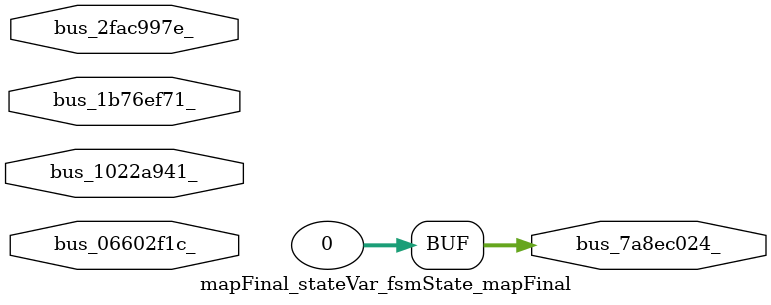
<source format=v>

module mapFinal(In2_SEND, In1_ACK, In1_DATA, In2_COUNT, Out1_SEND, CLK, In1_COUNT, In1_SEND, Out1_COUNT, RESET, Out1_RDY, In2_DATA, Out1_ACK, Out1_DATA, In2_ACK);
input		In2_SEND;
output		In1_ACK;
input	[15:0]	In1_DATA;
input	[15:0]	In2_COUNT;
output		Out1_SEND;
wire		zipWith_go;
input		CLK;
input	[15:0]	In1_COUNT;
input		In1_SEND;
output	[15:0]	Out1_COUNT;
input		RESET;
input		Out1_RDY;
input	[15:0]	In2_DATA;
input		Out1_ACK;
output	[15:0]	Out1_DATA;
output		In2_ACK;
wire		zipWith_done;
wire		zipWith_u7;
wire		zipWith;
wire	[15:0]	zipWith_u6;
wire	[15:0]	zipWith_u8;
wire		mapFinal_zipWith_instance_DONE;
wire		zipWith_u5;
wire		bus_087ad5bc_;
wire		bus_0e8e02f6_;
wire		bus_42ff4b65_;
wire	[31:0]	scheduler_u163;
wire		mapFinal_scheduler_instance_DONE;
wire		scheduler_u164;
wire		scheduler;
wire	[31:0]	bus_7a8ec024_;
assign In1_ACK=zipWith_u5;
assign Out1_SEND=zipWith;
assign zipWith_go=scheduler_u164;
assign Out1_COUNT=zipWith_u8;
assign Out1_DATA=zipWith_u6;
assign In2_ACK=zipWith_u7;
assign zipWith_done=bus_0e8e02f6_;
mapFinal_zipWith mapFinal_zipWith_instance(.CLK(CLK), .GO(zipWith_go), .port_6e45a12f_(In2_DATA), 
  .port_48ad82a4_(In1_DATA), .DONE(mapFinal_zipWith_instance_DONE), .RESULT(zipWith), 
  .RESULT_u1062(zipWith_u5), .RESULT_u1063(zipWith_u6), .RESULT_u1064(zipWith_u7), 
  .RESULT_u1065(zipWith_u8));
mapFinal_globalreset_physical_6c3a9ea2_ mapFinal_globalreset_physical_6c3a9ea2__1(.bus_4c54d75c_(CLK), 
  .bus_467c1749_(RESET), .bus_087ad5bc_(bus_087ad5bc_));
assign bus_0e8e02f6_=mapFinal_zipWith_instance_DONE&{1{mapFinal_zipWith_instance_DONE}};
mapFinal_Kicker_35 mapFinal_Kicker_35_1(.CLK(CLK), .RESET(bus_087ad5bc_), .bus_42ff4b65_(bus_42ff4b65_));
mapFinal_scheduler mapFinal_scheduler_instance(.CLK(CLK), .RESET(bus_087ad5bc_), 
  .GO(bus_42ff4b65_), .port_5e495766_(32'h0), .port_29b4415e_(In2_SEND), .port_0c5795da_(Out1_RDY), 
  .port_0de2e79e_(In1_SEND), .port_0413f19d_(zipWith_done), .DONE(mapFinal_scheduler_instance_DONE), 
  .RESULT(scheduler), .RESULT_u1066(scheduler_u163), .RESULT_u1067(scheduler_u164));
mapFinal_stateVar_fsmState_mapFinal mapFinal_stateVar_fsmState_mapFinal_1(.bus_1b76ef71_(CLK), 
  .bus_1022a941_(bus_087ad5bc_), .bus_06602f1c_(scheduler), .bus_2fac997e_(32'h0), 
  .bus_7a8ec024_(bus_7a8ec024_));
endmodule



module mapFinal_zipWith(CLK, GO, port_6e45a12f_, port_48ad82a4_, RESULT, RESULT_u1062, RESULT_u1063, RESULT_u1064, RESULT_u1065, DONE);
input		CLK;
input		GO;
input	[15:0]	port_6e45a12f_;
input	[15:0]	port_48ad82a4_;
output		RESULT;
output		RESULT_u1062;
output	[15:0]	RESULT_u1063;
output		RESULT_u1064;
output	[15:0]	RESULT_u1065;
output		DONE;
wire		simplePinWrite;
wire		simplePinWrite_u307;
wire	[15:0]	add;
wire		simplePinWrite_u308;
wire	[15:0]	simplePinWrite_u309;
wire	[15:0]	simplePinWrite_u310;
assign simplePinWrite=GO&{1{GO}};
assign simplePinWrite_u307=GO&{1{GO}};
assign add=port_48ad82a4_+port_6e45a12f_;
assign simplePinWrite_u308=GO&{1{GO}};
assign simplePinWrite_u309=add;
assign simplePinWrite_u310=16'h1&{16{1'h1}};
assign RESULT=simplePinWrite_u308;
assign RESULT_u1062=simplePinWrite;
assign RESULT_u1063=simplePinWrite_u309;
assign RESULT_u1064=simplePinWrite_u307;
assign RESULT_u1065=simplePinWrite_u310;
assign DONE=GO;
endmodule



module mapFinal_globalreset_physical_6c3a9ea2_(bus_4c54d75c_, bus_467c1749_, bus_087ad5bc_);
input		bus_4c54d75c_;
input		bus_467c1749_;
output		bus_087ad5bc_;
reg		sample_u31=1'h0;
wire		or_40833bf3_u0;
wire		not_30637312_u0;
reg		cross_u31=1'h0;
reg		glitch_u31=1'h0;
reg		final_u31=1'h1;
wire		and_0c4da0a0_u0;
always @(posedge bus_4c54d75c_)
begin
sample_u31<=1'h1;
end
assign or_40833bf3_u0=bus_467c1749_|final_u31;
assign not_30637312_u0=~and_0c4da0a0_u0;
always @(posedge bus_4c54d75c_)
begin
cross_u31<=sample_u31;
end
always @(posedge bus_4c54d75c_)
begin
glitch_u31<=cross_u31;
end
assign bus_087ad5bc_=or_40833bf3_u0;
always @(posedge bus_4c54d75c_)
begin
final_u31<=not_30637312_u0;
end
assign and_0c4da0a0_u0=cross_u31&glitch_u31;
endmodule



module mapFinal_Kicker_35(CLK, RESET, bus_42ff4b65_);
input		CLK;
input		RESET;
output		bus_42ff4b65_;
wire		bus_291dbd33_;
wire		bus_7c5c4c5e_;
reg		kicker_2=1'h0;
wire		bus_434d8de6_;
wire		bus_5e721baf_;
reg		kicker_res=1'h0;
reg		kicker_1=1'h0;
assign bus_291dbd33_=~kicker_2;
assign bus_7c5c4c5e_=bus_434d8de6_&kicker_1;
always @(posedge CLK)
begin
kicker_2<=bus_7c5c4c5e_;
end
assign bus_42ff4b65_=kicker_res;
assign bus_434d8de6_=~RESET;
assign bus_5e721baf_=kicker_1&bus_434d8de6_&bus_291dbd33_;
always @(posedge CLK)
begin
kicker_res<=bus_5e721baf_;
end
always @(posedge CLK)
begin
kicker_1<=bus_434d8de6_;
end
endmodule



module mapFinal_scheduler(CLK, RESET, GO, port_5e495766_, port_29b4415e_, port_0c5795da_, port_0de2e79e_, port_0413f19d_, RESULT, RESULT_u1066, RESULT_u1067, DONE);
input		CLK;
input		RESET;
input		GO;
input	[31:0]	port_5e495766_;
input		port_29b4415e_;
input		port_0c5795da_;
input		port_0de2e79e_;
input		port_0413f19d_;
output		RESULT;
output	[31:0]	RESULT_u1066;
output		RESULT_u1067;
output		DONE;
wire		andOp;
wire		equals;
wire signed	[31:0]	equals_a_signed;
wire signed	[31:0]	equals_b_signed;
wire		not_u339_u0;
wire		and_u1728_u0;
wire		and_u1729_u0;
wire		not_u340_u0;
wire		and_u1730_u0;
wire		and_u1731_u0;
wire		and_u1732_u0;
wire		and_u1733_u0;
wire		not_u341_u0;
wire		simplePinWrite;
wire		and_u1734_u0;
wire		and_u1735_u0;
wire		and_u1736_u0;
reg		reg_7ad5a5ec_u0=1'h0;
wire		and_u1737_u0;
wire		or_u475_u0;
reg		reg_1ec56ea5_u0=1'h0;
wire		or_u476_u0;
reg		reg_5a887258_u0=1'h0;
assign andOp=port_0de2e79e_&port_29b4415e_;
assign equals_a_signed=32'h0;
assign equals_b_signed=32'h0;
assign equals=equals_a_signed==equals_b_signed;
assign not_u339_u0=~equals;
assign and_u1728_u0=and_u1737_u0&equals;
assign and_u1729_u0=and_u1737_u0&not_u339_u0;
assign not_u340_u0=~andOp;
assign and_u1730_u0=and_u1736_u0&not_u340_u0;
assign and_u1731_u0=and_u1736_u0&andOp;
assign and_u1732_u0=and_u1735_u0&port_0c5795da_;
assign and_u1733_u0=and_u1735_u0&not_u341_u0;
assign not_u341_u0=~port_0c5795da_;
assign simplePinWrite=and_u1734_u0&{1{and_u1734_u0}};
assign and_u1734_u0=and_u1732_u0&and_u1735_u0;
assign and_u1735_u0=and_u1731_u0&and_u1736_u0;
assign and_u1736_u0=and_u1728_u0&and_u1737_u0;
always @(posedge CLK or posedge RESET)
begin
if (RESET)
reg_7ad5a5ec_u0<=1'h0;
else reg_7ad5a5ec_u0<=and_u1737_u0;
end
assign and_u1737_u0=or_u475_u0&or_u475_u0;
assign or_u475_u0=reg_1ec56ea5_u0|reg_7ad5a5ec_u0;
always @(posedge CLK or posedge RESET)
begin
if (RESET)
reg_1ec56ea5_u0<=1'h0;
else reg_1ec56ea5_u0<=reg_5a887258_u0;
end
assign or_u476_u0=GO|and_u1734_u0;
always @(posedge CLK or posedge RESET)
begin
if (RESET)
reg_5a887258_u0<=1'h0;
else reg_5a887258_u0<=GO;
end
assign RESULT=or_u476_u0;
assign RESULT_u1066=32'h0;
assign RESULT_u1067=simplePinWrite;
assign DONE=1'h0;
endmodule



module mapFinal_endianswapper_05d5a773_(endianswapper_05d5a773_in, endianswapper_05d5a773_out);
input	[31:0]	endianswapper_05d5a773_in;
output	[31:0]	endianswapper_05d5a773_out;
assign endianswapper_05d5a773_out=32'h0;
endmodule



module mapFinal_endianswapper_72a9651e_(endianswapper_72a9651e_in, endianswapper_72a9651e_out);
input	[31:0]	endianswapper_72a9651e_in;
output	[31:0]	endianswapper_72a9651e_out;
assign endianswapper_72a9651e_out=32'h0;
endmodule



module mapFinal_stateVar_fsmState_mapFinal(bus_1b76ef71_, bus_1022a941_, bus_06602f1c_, bus_2fac997e_, bus_7a8ec024_);
input		bus_1b76ef71_;
input		bus_1022a941_;
input		bus_06602f1c_;
input	[31:0]	bus_2fac997e_;
output	[31:0]	bus_7a8ec024_;
wire	[31:0]	endianswapper_05d5a773_out;
wire	[31:0]	endianswapper_72a9651e_out;
mapFinal_endianswapper_05d5a773_ mapFinal_endianswapper_05d5a773__1(.endianswapper_05d5a773_in(32'h0), 
  .endianswapper_05d5a773_out(endianswapper_05d5a773_out));
mapFinal_endianswapper_72a9651e_ mapFinal_endianswapper_72a9651e__1(.endianswapper_72a9651e_in(32'h0), 
  .endianswapper_72a9651e_out(endianswapper_72a9651e_out));
assign bus_7a8ec024_=32'h0;
endmodule



</source>
